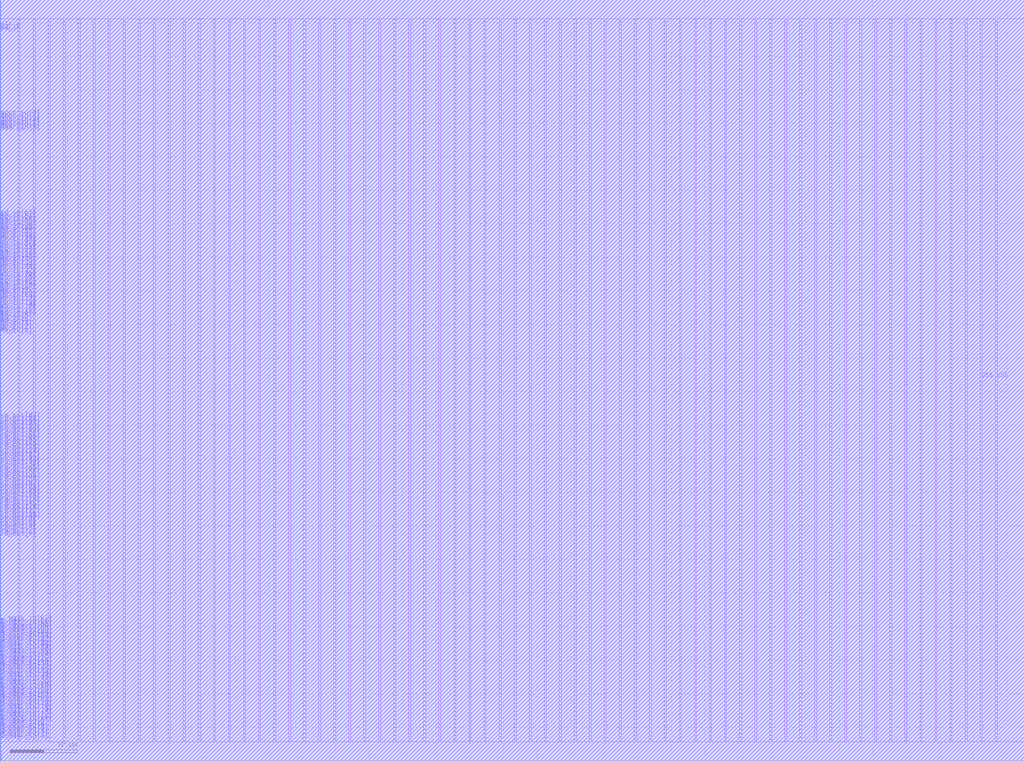
<source format=lef>
VERSION 5.7 ;
BUSBITCHARS "[]" ;
MACRO fakeram45_512x64
  FOREIGN fakeram45_512x64 0 0 ;
  SYMMETRY X Y R90 ;
  SIZE 0.19 BY 1.4 ;
  CLASS BLOCK ;
  PIN w_mask_in[0]
    DIRECTION INPUT ;
    USE SIGNAL ;
    SHAPE ABUTMENT ;
    PORT
      LAYER metal18 ;
      RECT 0.000 2.800 0.070 2.870 ;
    END
  END w_mask_in[0]
  PIN w_mask_in[1]
    DIRECTION INPUT ;
    USE SIGNAL ;
    SHAPE ABUTMENT ;
    PORT
      LAYER metal18 ;
      RECT 0.000 3.080 0.070 3.150 ;
    END
  END w_mask_in[1]
  PIN w_mask_in[2]
    DIRECTION INPUT ;
    USE SIGNAL ;
    SHAPE ABUTMENT ;
    PORT
      LAYER metal18 ;
      RECT 0.000 3.360 0.070 3.430 ;
    END
  END w_mask_in[2]
  PIN w_mask_in[3]
    DIRECTION INPUT ;
    USE SIGNAL ;
    SHAPE ABUTMENT ;
    PORT
      LAYER metal18 ;
      RECT 0.000 3.640 0.070 3.710 ;
    END
  END w_mask_in[3]
  PIN w_mask_in[4]
    DIRECTION INPUT ;
    USE SIGNAL ;
    SHAPE ABUTMENT ;
    PORT
      LAYER metal18 ;
      RECT 0.000 3.920 0.070 3.990 ;
    END
  END w_mask_in[4]
  PIN w_mask_in[5]
    DIRECTION INPUT ;
    USE SIGNAL ;
    SHAPE ABUTMENT ;
    PORT
      LAYER metal18 ;
      RECT 0.000 4.200 0.070 4.270 ;
    END
  END w_mask_in[5]
  PIN w_mask_in[6]
    DIRECTION INPUT ;
    USE SIGNAL ;
    SHAPE ABUTMENT ;
    PORT
      LAYER metal18 ;
      RECT 0.000 4.480 0.070 4.550 ;
    END
  END w_mask_in[6]
  PIN w_mask_in[7]
    DIRECTION INPUT ;
    USE SIGNAL ;
    SHAPE ABUTMENT ;
    PORT
      LAYER metal18 ;
      RECT 0.000 4.760 0.070 4.830 ;
    END
  END w_mask_in[7]
  PIN w_mask_in[8]
    DIRECTION INPUT ;
    USE SIGNAL ;
    SHAPE ABUTMENT ;
    PORT
      LAYER metal18 ;
      RECT 0.000 5.040 0.070 5.110 ;
    END
  END w_mask_in[8]
  PIN w_mask_in[9]
    DIRECTION INPUT ;
    USE SIGNAL ;
    SHAPE ABUTMENT ;
    PORT
      LAYER metal18 ;
      RECT 0.000 5.320 0.070 5.390 ;
    END
  END w_mask_in[9]
  PIN w_mask_in[10]
    DIRECTION INPUT ;
    USE SIGNAL ;
    SHAPE ABUTMENT ;
    PORT
      LAYER metal18 ;
      RECT 0.000 5.600 0.070 5.670 ;
    END
  END w_mask_in[10]
  PIN w_mask_in[11]
    DIRECTION INPUT ;
    USE SIGNAL ;
    SHAPE ABUTMENT ;
    PORT
      LAYER metal18 ;
      RECT 0.000 5.880 0.070 5.950 ;
    END
  END w_mask_in[11]
  PIN w_mask_in[12]
    DIRECTION INPUT ;
    USE SIGNAL ;
    SHAPE ABUTMENT ;
    PORT
      LAYER metal18 ;
      RECT 0.000 6.160 0.070 6.230 ;
    END
  END w_mask_in[12]
  PIN w_mask_in[13]
    DIRECTION INPUT ;
    USE SIGNAL ;
    SHAPE ABUTMENT ;
    PORT
      LAYER metal18 ;
      RECT 0.000 6.440 0.070 6.510 ;
    END
  END w_mask_in[13]
  PIN w_mask_in[14]
    DIRECTION INPUT ;
    USE SIGNAL ;
    SHAPE ABUTMENT ;
    PORT
      LAYER metal18 ;
      RECT 0.000 6.720 0.070 6.790 ;
    END
  END w_mask_in[14]
  PIN w_mask_in[15]
    DIRECTION INPUT ;
    USE SIGNAL ;
    SHAPE ABUTMENT ;
    PORT
      LAYER metal18 ;
      RECT 0.000 7.000 0.070 7.070 ;
    END
  END w_mask_in[15]
  PIN w_mask_in[16]
    DIRECTION INPUT ;
    USE SIGNAL ;
    SHAPE ABUTMENT ;
    PORT
      LAYER metal18 ;
      RECT 0.000 7.280 0.070 7.350 ;
    END
  END w_mask_in[16]
  PIN w_mask_in[17]
    DIRECTION INPUT ;
    USE SIGNAL ;
    SHAPE ABUTMENT ;
    PORT
      LAYER metal18 ;
      RECT 0.000 7.560 0.070 7.630 ;
    END
  END w_mask_in[17]
  PIN w_mask_in[18]
    DIRECTION INPUT ;
    USE SIGNAL ;
    SHAPE ABUTMENT ;
    PORT
      LAYER metal18 ;
      RECT 0.000 7.840 0.070 7.910 ;
    END
  END w_mask_in[18]
  PIN w_mask_in[19]
    DIRECTION INPUT ;
    USE SIGNAL ;
    SHAPE ABUTMENT ;
    PORT
      LAYER metal18 ;
      RECT 0.000 8.120 0.070 8.190 ;
    END
  END w_mask_in[19]
  PIN w_mask_in[20]
    DIRECTION INPUT ;
    USE SIGNAL ;
    SHAPE ABUTMENT ;
    PORT
      LAYER metal18 ;
      RECT 0.000 8.400 0.070 8.470 ;
    END
  END w_mask_in[20]
  PIN w_mask_in[21]
    DIRECTION INPUT ;
    USE SIGNAL ;
    SHAPE ABUTMENT ;
    PORT
      LAYER metal18 ;
      RECT 0.000 8.680 0.070 8.750 ;
    END
  END w_mask_in[21]
  PIN w_mask_in[22]
    DIRECTION INPUT ;
    USE SIGNAL ;
    SHAPE ABUTMENT ;
    PORT
      LAYER metal18 ;
      RECT 0.000 8.960 0.070 9.030 ;
    END
  END w_mask_in[22]
  PIN w_mask_in[23]
    DIRECTION INPUT ;
    USE SIGNAL ;
    SHAPE ABUTMENT ;
    PORT
      LAYER metal18 ;
      RECT 0.000 9.240 0.070 9.310 ;
    END
  END w_mask_in[23]
  PIN w_mask_in[24]
    DIRECTION INPUT ;
    USE SIGNAL ;
    SHAPE ABUTMENT ;
    PORT
      LAYER metal18 ;
      RECT 0.000 9.520 0.070 9.590 ;
    END
  END w_mask_in[24]
  PIN w_mask_in[25]
    DIRECTION INPUT ;
    USE SIGNAL ;
    SHAPE ABUTMENT ;
    PORT
      LAYER metal18 ;
      RECT 0.000 9.800 0.070 9.870 ;
    END
  END w_mask_in[25]
  PIN w_mask_in[26]
    DIRECTION INPUT ;
    USE SIGNAL ;
    SHAPE ABUTMENT ;
    PORT
      LAYER metal18 ;
      RECT 0.000 10.080 0.070 10.150 ;
    END
  END w_mask_in[26]
  PIN w_mask_in[27]
    DIRECTION INPUT ;
    USE SIGNAL ;
    SHAPE ABUTMENT ;
    PORT
      LAYER metal18 ;
      RECT 0.000 10.360 0.070 10.430 ;
    END
  END w_mask_in[27]
  PIN w_mask_in[28]
    DIRECTION INPUT ;
    USE SIGNAL ;
    SHAPE ABUTMENT ;
    PORT
      LAYER metal18 ;
      RECT 0.000 10.640 0.070 10.710 ;
    END
  END w_mask_in[28]
  PIN w_mask_in[29]
    DIRECTION INPUT ;
    USE SIGNAL ;
    SHAPE ABUTMENT ;
    PORT
      LAYER metal18 ;
      RECT 0.000 10.920 0.070 10.990 ;
    END
  END w_mask_in[29]
  PIN w_mask_in[30]
    DIRECTION INPUT ;
    USE SIGNAL ;
    SHAPE ABUTMENT ;
    PORT
      LAYER metal18 ;
      RECT 0.000 11.200 0.070 11.270 ;
    END
  END w_mask_in[30]
  PIN w_mask_in[31]
    DIRECTION INPUT ;
    USE SIGNAL ;
    SHAPE ABUTMENT ;
    PORT
      LAYER metal18 ;
      RECT 0.000 11.480 0.070 11.550 ;
    END
  END w_mask_in[31]
  PIN w_mask_in[32]
    DIRECTION INPUT ;
    USE SIGNAL ;
    SHAPE ABUTMENT ;
    PORT
      LAYER metal18 ;
      RECT 0.000 11.760 0.070 11.830 ;
    END
  END w_mask_in[32]
  PIN w_mask_in[33]
    DIRECTION INPUT ;
    USE SIGNAL ;
    SHAPE ABUTMENT ;
    PORT
      LAYER metal18 ;
      RECT 0.000 12.040 0.070 12.110 ;
    END
  END w_mask_in[33]
  PIN w_mask_in[34]
    DIRECTION INPUT ;
    USE SIGNAL ;
    SHAPE ABUTMENT ;
    PORT
      LAYER metal18 ;
      RECT 0.000 12.320 0.070 12.390 ;
    END
  END w_mask_in[34]
  PIN w_mask_in[35]
    DIRECTION INPUT ;
    USE SIGNAL ;
    SHAPE ABUTMENT ;
    PORT
      LAYER metal18 ;
      RECT 0.000 12.600 0.070 12.670 ;
    END
  END w_mask_in[35]
  PIN w_mask_in[36]
    DIRECTION INPUT ;
    USE SIGNAL ;
    SHAPE ABUTMENT ;
    PORT
      LAYER metal18 ;
      RECT 0.000 12.880 0.070 12.950 ;
    END
  END w_mask_in[36]
  PIN w_mask_in[37]
    DIRECTION INPUT ;
    USE SIGNAL ;
    SHAPE ABUTMENT ;
    PORT
      LAYER metal18 ;
      RECT 0.000 13.160 0.070 13.230 ;
    END
  END w_mask_in[37]
  PIN w_mask_in[38]
    DIRECTION INPUT ;
    USE SIGNAL ;
    SHAPE ABUTMENT ;
    PORT
      LAYER metal18 ;
      RECT 0.000 13.440 0.070 13.510 ;
    END
  END w_mask_in[38]
  PIN w_mask_in[39]
    DIRECTION INPUT ;
    USE SIGNAL ;
    SHAPE ABUTMENT ;
    PORT
      LAYER metal18 ;
      RECT 0.000 13.720 0.070 13.790 ;
    END
  END w_mask_in[39]
  PIN w_mask_in[40]
    DIRECTION INPUT ;
    USE SIGNAL ;
    SHAPE ABUTMENT ;
    PORT
      LAYER metal18 ;
      RECT 0.000 14.000 0.070 14.070 ;
    END
  END w_mask_in[40]
  PIN w_mask_in[41]
    DIRECTION INPUT ;
    USE SIGNAL ;
    SHAPE ABUTMENT ;
    PORT
      LAYER metal18 ;
      RECT 0.000 14.280 0.070 14.350 ;
    END
  END w_mask_in[41]
  PIN w_mask_in[42]
    DIRECTION INPUT ;
    USE SIGNAL ;
    SHAPE ABUTMENT ;
    PORT
      LAYER metal18 ;
      RECT 0.000 14.560 0.070 14.630 ;
    END
  END w_mask_in[42]
  PIN w_mask_in[43]
    DIRECTION INPUT ;
    USE SIGNAL ;
    SHAPE ABUTMENT ;
    PORT
      LAYER metal18 ;
      RECT 0.000 14.840 0.070 14.910 ;
    END
  END w_mask_in[43]
  PIN w_mask_in[44]
    DIRECTION INPUT ;
    USE SIGNAL ;
    SHAPE ABUTMENT ;
    PORT
      LAYER metal18 ;
      RECT 0.000 15.120 0.070 15.190 ;
    END
  END w_mask_in[44]
  PIN w_mask_in[45]
    DIRECTION INPUT ;
    USE SIGNAL ;
    SHAPE ABUTMENT ;
    PORT
      LAYER metal18 ;
      RECT 0.000 15.400 0.070 15.470 ;
    END
  END w_mask_in[45]
  PIN w_mask_in[46]
    DIRECTION INPUT ;
    USE SIGNAL ;
    SHAPE ABUTMENT ;
    PORT
      LAYER metal18 ;
      RECT 0.000 15.680 0.070 15.750 ;
    END
  END w_mask_in[46]
  PIN w_mask_in[47]
    DIRECTION INPUT ;
    USE SIGNAL ;
    SHAPE ABUTMENT ;
    PORT
      LAYER metal18 ;
      RECT 0.000 15.960 0.070 16.030 ;
    END
  END w_mask_in[47]
  PIN w_mask_in[48]
    DIRECTION INPUT ;
    USE SIGNAL ;
    SHAPE ABUTMENT ;
    PORT
      LAYER metal18 ;
      RECT 0.000 16.240 0.070 16.310 ;
    END
  END w_mask_in[48]
  PIN w_mask_in[49]
    DIRECTION INPUT ;
    USE SIGNAL ;
    SHAPE ABUTMENT ;
    PORT
      LAYER metal18 ;
      RECT 0.000 16.520 0.070 16.590 ;
    END
  END w_mask_in[49]
  PIN w_mask_in[50]
    DIRECTION INPUT ;
    USE SIGNAL ;
    SHAPE ABUTMENT ;
    PORT
      LAYER metal18 ;
      RECT 0.000 16.800 0.070 16.870 ;
    END
  END w_mask_in[50]
  PIN w_mask_in[51]
    DIRECTION INPUT ;
    USE SIGNAL ;
    SHAPE ABUTMENT ;
    PORT
      LAYER metal18 ;
      RECT 0.000 17.080 0.070 17.150 ;
    END
  END w_mask_in[51]
  PIN w_mask_in[52]
    DIRECTION INPUT ;
    USE SIGNAL ;
    SHAPE ABUTMENT ;
    PORT
      LAYER metal18 ;
      RECT 0.000 17.360 0.070 17.430 ;
    END
  END w_mask_in[52]
  PIN w_mask_in[53]
    DIRECTION INPUT ;
    USE SIGNAL ;
    SHAPE ABUTMENT ;
    PORT
      LAYER metal18 ;
      RECT 0.000 17.640 0.070 17.710 ;
    END
  END w_mask_in[53]
  PIN w_mask_in[54]
    DIRECTION INPUT ;
    USE SIGNAL ;
    SHAPE ABUTMENT ;
    PORT
      LAYER metal18 ;
      RECT 0.000 17.920 0.070 17.990 ;
    END
  END w_mask_in[54]
  PIN w_mask_in[55]
    DIRECTION INPUT ;
    USE SIGNAL ;
    SHAPE ABUTMENT ;
    PORT
      LAYER metal18 ;
      RECT 0.000 18.200 0.070 18.270 ;
    END
  END w_mask_in[55]
  PIN w_mask_in[56]
    DIRECTION INPUT ;
    USE SIGNAL ;
    SHAPE ABUTMENT ;
    PORT
      LAYER metal18 ;
      RECT 0.000 18.480 0.070 18.550 ;
    END
  END w_mask_in[56]
  PIN w_mask_in[57]
    DIRECTION INPUT ;
    USE SIGNAL ;
    SHAPE ABUTMENT ;
    PORT
      LAYER metal18 ;
      RECT 0.000 18.760 0.070 18.830 ;
    END
  END w_mask_in[57]
  PIN w_mask_in[58]
    DIRECTION INPUT ;
    USE SIGNAL ;
    SHAPE ABUTMENT ;
    PORT
      LAYER metal18 ;
      RECT 0.000 19.040 0.070 19.110 ;
    END
  END w_mask_in[58]
  PIN w_mask_in[59]
    DIRECTION INPUT ;
    USE SIGNAL ;
    SHAPE ABUTMENT ;
    PORT
      LAYER metal18 ;
      RECT 0.000 19.320 0.070 19.390 ;
    END
  END w_mask_in[59]
  PIN w_mask_in[60]
    DIRECTION INPUT ;
    USE SIGNAL ;
    SHAPE ABUTMENT ;
    PORT
      LAYER metal18 ;
      RECT 0.000 19.600 0.070 19.670 ;
    END
  END w_mask_in[60]
  PIN w_mask_in[61]
    DIRECTION INPUT ;
    USE SIGNAL ;
    SHAPE ABUTMENT ;
    PORT
      LAYER metal18 ;
      RECT 0.000 19.880 0.070 19.950 ;
    END
  END w_mask_in[61]
  PIN w_mask_in[62]
    DIRECTION INPUT ;
    USE SIGNAL ;
    SHAPE ABUTMENT ;
    PORT
      LAYER metal18 ;
      RECT 0.000 20.160 0.070 20.230 ;
    END
  END w_mask_in[62]
  PIN w_mask_in[63]
    DIRECTION INPUT ;
    USE SIGNAL ;
    SHAPE ABUTMENT ;
    PORT
      LAYER metal18 ;
      RECT 0.000 20.440 0.070 20.510 ;
    END
  END w_mask_in[63]
  PIN rd_out[0]
    DIRECTION OUTPUT ;
    USE SIGNAL ;
    SHAPE ABUTMENT ;
    PORT
      LAYER metal18 ;
      RECT 0.000 33.040 0.070 33.110 ;
    END
  END rd_out[0]
  PIN rd_out[1]
    DIRECTION OUTPUT ;
    USE SIGNAL ;
    SHAPE ABUTMENT ;
    PORT
      LAYER metal18 ;
      RECT 0.000 33.320 0.070 33.390 ;
    END
  END rd_out[1]
  PIN rd_out[2]
    DIRECTION OUTPUT ;
    USE SIGNAL ;
    SHAPE ABUTMENT ;
    PORT
      LAYER metal18 ;
      RECT 0.000 33.600 0.070 33.670 ;
    END
  END rd_out[2]
  PIN rd_out[3]
    DIRECTION OUTPUT ;
    USE SIGNAL ;
    SHAPE ABUTMENT ;
    PORT
      LAYER metal18 ;
      RECT 0.000 33.880 0.070 33.950 ;
    END
  END rd_out[3]
  PIN rd_out[4]
    DIRECTION OUTPUT ;
    USE SIGNAL ;
    SHAPE ABUTMENT ;
    PORT
      LAYER metal18 ;
      RECT 0.000 34.160 0.070 34.230 ;
    END
  END rd_out[4]
  PIN rd_out[5]
    DIRECTION OUTPUT ;
    USE SIGNAL ;
    SHAPE ABUTMENT ;
    PORT
      LAYER metal18 ;
      RECT 0.000 34.440 0.070 34.510 ;
    END
  END rd_out[5]
  PIN rd_out[6]
    DIRECTION OUTPUT ;
    USE SIGNAL ;
    SHAPE ABUTMENT ;
    PORT
      LAYER metal18 ;
      RECT 0.000 34.720 0.070 34.790 ;
    END
  END rd_out[6]
  PIN rd_out[7]
    DIRECTION OUTPUT ;
    USE SIGNAL ;
    SHAPE ABUTMENT ;
    PORT
      LAYER metal18 ;
      RECT 0.000 35.000 0.070 35.070 ;
    END
  END rd_out[7]
  PIN rd_out[8]
    DIRECTION OUTPUT ;
    USE SIGNAL ;
    SHAPE ABUTMENT ;
    PORT
      LAYER metal18 ;
      RECT 0.000 35.280 0.070 35.350 ;
    END
  END rd_out[8]
  PIN rd_out[9]
    DIRECTION OUTPUT ;
    USE SIGNAL ;
    SHAPE ABUTMENT ;
    PORT
      LAYER metal18 ;
      RECT 0.000 35.560 0.070 35.630 ;
    END
  END rd_out[9]
  PIN rd_out[10]
    DIRECTION OUTPUT ;
    USE SIGNAL ;
    SHAPE ABUTMENT ;
    PORT
      LAYER metal18 ;
      RECT 0.000 35.840 0.070 35.910 ;
    END
  END rd_out[10]
  PIN rd_out[11]
    DIRECTION OUTPUT ;
    USE SIGNAL ;
    SHAPE ABUTMENT ;
    PORT
      LAYER metal18 ;
      RECT 0.000 36.120 0.070 36.190 ;
    END
  END rd_out[11]
  PIN rd_out[12]
    DIRECTION OUTPUT ;
    USE SIGNAL ;
    SHAPE ABUTMENT ;
    PORT
      LAYER metal18 ;
      RECT 0.000 36.400 0.070 36.470 ;
    END
  END rd_out[12]
  PIN rd_out[13]
    DIRECTION OUTPUT ;
    USE SIGNAL ;
    SHAPE ABUTMENT ;
    PORT
      LAYER metal18 ;
      RECT 0.000 36.680 0.070 36.750 ;
    END
  END rd_out[13]
  PIN rd_out[14]
    DIRECTION OUTPUT ;
    USE SIGNAL ;
    SHAPE ABUTMENT ;
    PORT
      LAYER metal18 ;
      RECT 0.000 36.960 0.070 37.030 ;
    END
  END rd_out[14]
  PIN rd_out[15]
    DIRECTION OUTPUT ;
    USE SIGNAL ;
    SHAPE ABUTMENT ;
    PORT
      LAYER metal18 ;
      RECT 0.000 37.240 0.070 37.310 ;
    END
  END rd_out[15]
  PIN rd_out[16]
    DIRECTION OUTPUT ;
    USE SIGNAL ;
    SHAPE ABUTMENT ;
    PORT
      LAYER metal18 ;
      RECT 0.000 37.520 0.070 37.590 ;
    END
  END rd_out[16]
  PIN rd_out[17]
    DIRECTION OUTPUT ;
    USE SIGNAL ;
    SHAPE ABUTMENT ;
    PORT
      LAYER metal18 ;
      RECT 0.000 37.800 0.070 37.870 ;
    END
  END rd_out[17]
  PIN rd_out[18]
    DIRECTION OUTPUT ;
    USE SIGNAL ;
    SHAPE ABUTMENT ;
    PORT
      LAYER metal18 ;
      RECT 0.000 38.080 0.070 38.150 ;
    END
  END rd_out[18]
  PIN rd_out[19]
    DIRECTION OUTPUT ;
    USE SIGNAL ;
    SHAPE ABUTMENT ;
    PORT
      LAYER metal18 ;
      RECT 0.000 38.360 0.070 38.430 ;
    END
  END rd_out[19]
  PIN rd_out[20]
    DIRECTION OUTPUT ;
    USE SIGNAL ;
    SHAPE ABUTMENT ;
    PORT
      LAYER metal18 ;
      RECT 0.000 38.640 0.070 38.710 ;
    END
  END rd_out[20]
  PIN rd_out[21]
    DIRECTION OUTPUT ;
    USE SIGNAL ;
    SHAPE ABUTMENT ;
    PORT
      LAYER metal18 ;
      RECT 0.000 38.920 0.070 38.990 ;
    END
  END rd_out[21]
  PIN rd_out[22]
    DIRECTION OUTPUT ;
    USE SIGNAL ;
    SHAPE ABUTMENT ;
    PORT
      LAYER metal18 ;
      RECT 0.000 39.200 0.070 39.270 ;
    END
  END rd_out[22]
  PIN rd_out[23]
    DIRECTION OUTPUT ;
    USE SIGNAL ;
    SHAPE ABUTMENT ;
    PORT
      LAYER metal18 ;
      RECT 0.000 39.480 0.070 39.550 ;
    END
  END rd_out[23]
  PIN rd_out[24]
    DIRECTION OUTPUT ;
    USE SIGNAL ;
    SHAPE ABUTMENT ;
    PORT
      LAYER metal18 ;
      RECT 0.000 39.760 0.070 39.830 ;
    END
  END rd_out[24]
  PIN rd_out[25]
    DIRECTION OUTPUT ;
    USE SIGNAL ;
    SHAPE ABUTMENT ;
    PORT
      LAYER metal18 ;
      RECT 0.000 40.040 0.070 40.110 ;
    END
  END rd_out[25]
  PIN rd_out[26]
    DIRECTION OUTPUT ;
    USE SIGNAL ;
    SHAPE ABUTMENT ;
    PORT
      LAYER metal18 ;
      RECT 0.000 40.320 0.070 40.390 ;
    END
  END rd_out[26]
  PIN rd_out[27]
    DIRECTION OUTPUT ;
    USE SIGNAL ;
    SHAPE ABUTMENT ;
    PORT
      LAYER metal18 ;
      RECT 0.000 40.600 0.070 40.670 ;
    END
  END rd_out[27]
  PIN rd_out[28]
    DIRECTION OUTPUT ;
    USE SIGNAL ;
    SHAPE ABUTMENT ;
    PORT
      LAYER metal18 ;
      RECT 0.000 40.880 0.070 40.950 ;
    END
  END rd_out[28]
  PIN rd_out[29]
    DIRECTION OUTPUT ;
    USE SIGNAL ;
    SHAPE ABUTMENT ;
    PORT
      LAYER metal18 ;
      RECT 0.000 41.160 0.070 41.230 ;
    END
  END rd_out[29]
  PIN rd_out[30]
    DIRECTION OUTPUT ;
    USE SIGNAL ;
    SHAPE ABUTMENT ;
    PORT
      LAYER metal18 ;
      RECT 0.000 41.440 0.070 41.510 ;
    END
  END rd_out[30]
  PIN rd_out[31]
    DIRECTION OUTPUT ;
    USE SIGNAL ;
    SHAPE ABUTMENT ;
    PORT
      LAYER metal18 ;
      RECT 0.000 41.720 0.070 41.790 ;
    END
  END rd_out[31]
  PIN rd_out[32]
    DIRECTION OUTPUT ;
    USE SIGNAL ;
    SHAPE ABUTMENT ;
    PORT
      LAYER metal18 ;
      RECT 0.000 42.000 0.070 42.070 ;
    END
  END rd_out[32]
  PIN rd_out[33]
    DIRECTION OUTPUT ;
    USE SIGNAL ;
    SHAPE ABUTMENT ;
    PORT
      LAYER metal18 ;
      RECT 0.000 42.280 0.070 42.350 ;
    END
  END rd_out[33]
  PIN rd_out[34]
    DIRECTION OUTPUT ;
    USE SIGNAL ;
    SHAPE ABUTMENT ;
    PORT
      LAYER metal18 ;
      RECT 0.000 42.560 0.070 42.630 ;
    END
  END rd_out[34]
  PIN rd_out[35]
    DIRECTION OUTPUT ;
    USE SIGNAL ;
    SHAPE ABUTMENT ;
    PORT
      LAYER metal18 ;
      RECT 0.000 42.840 0.070 42.910 ;
    END
  END rd_out[35]
  PIN rd_out[36]
    DIRECTION OUTPUT ;
    USE SIGNAL ;
    SHAPE ABUTMENT ;
    PORT
      LAYER metal18 ;
      RECT 0.000 43.120 0.070 43.190 ;
    END
  END rd_out[36]
  PIN rd_out[37]
    DIRECTION OUTPUT ;
    USE SIGNAL ;
    SHAPE ABUTMENT ;
    PORT
      LAYER metal18 ;
      RECT 0.000 43.400 0.070 43.470 ;
    END
  END rd_out[37]
  PIN rd_out[38]
    DIRECTION OUTPUT ;
    USE SIGNAL ;
    SHAPE ABUTMENT ;
    PORT
      LAYER metal18 ;
      RECT 0.000 43.680 0.070 43.750 ;
    END
  END rd_out[38]
  PIN rd_out[39]
    DIRECTION OUTPUT ;
    USE SIGNAL ;
    SHAPE ABUTMENT ;
    PORT
      LAYER metal18 ;
      RECT 0.000 43.960 0.070 44.030 ;
    END
  END rd_out[39]
  PIN rd_out[40]
    DIRECTION OUTPUT ;
    USE SIGNAL ;
    SHAPE ABUTMENT ;
    PORT
      LAYER metal18 ;
      RECT 0.000 44.240 0.070 44.310 ;
    END
  END rd_out[40]
  PIN rd_out[41]
    DIRECTION OUTPUT ;
    USE SIGNAL ;
    SHAPE ABUTMENT ;
    PORT
      LAYER metal18 ;
      RECT 0.000 44.520 0.070 44.590 ;
    END
  END rd_out[41]
  PIN rd_out[42]
    DIRECTION OUTPUT ;
    USE SIGNAL ;
    SHAPE ABUTMENT ;
    PORT
      LAYER metal18 ;
      RECT 0.000 44.800 0.070 44.870 ;
    END
  END rd_out[42]
  PIN rd_out[43]
    DIRECTION OUTPUT ;
    USE SIGNAL ;
    SHAPE ABUTMENT ;
    PORT
      LAYER metal18 ;
      RECT 0.000 45.080 0.070 45.150 ;
    END
  END rd_out[43]
  PIN rd_out[44]
    DIRECTION OUTPUT ;
    USE SIGNAL ;
    SHAPE ABUTMENT ;
    PORT
      LAYER metal18 ;
      RECT 0.000 45.360 0.070 45.430 ;
    END
  END rd_out[44]
  PIN rd_out[45]
    DIRECTION OUTPUT ;
    USE SIGNAL ;
    SHAPE ABUTMENT ;
    PORT
      LAYER metal18 ;
      RECT 0.000 45.640 0.070 45.710 ;
    END
  END rd_out[45]
  PIN rd_out[46]
    DIRECTION OUTPUT ;
    USE SIGNAL ;
    SHAPE ABUTMENT ;
    PORT
      LAYER metal18 ;
      RECT 0.000 45.920 0.070 45.990 ;
    END
  END rd_out[46]
  PIN rd_out[47]
    DIRECTION OUTPUT ;
    USE SIGNAL ;
    SHAPE ABUTMENT ;
    PORT
      LAYER metal18 ;
      RECT 0.000 46.200 0.070 46.270 ;
    END
  END rd_out[47]
  PIN rd_out[48]
    DIRECTION OUTPUT ;
    USE SIGNAL ;
    SHAPE ABUTMENT ;
    PORT
      LAYER metal18 ;
      RECT 0.000 46.480 0.070 46.550 ;
    END
  END rd_out[48]
  PIN rd_out[49]
    DIRECTION OUTPUT ;
    USE SIGNAL ;
    SHAPE ABUTMENT ;
    PORT
      LAYER metal18 ;
      RECT 0.000 46.760 0.070 46.830 ;
    END
  END rd_out[49]
  PIN rd_out[50]
    DIRECTION OUTPUT ;
    USE SIGNAL ;
    SHAPE ABUTMENT ;
    PORT
      LAYER metal18 ;
      RECT 0.000 47.040 0.070 47.110 ;
    END
  END rd_out[50]
  PIN rd_out[51]
    DIRECTION OUTPUT ;
    USE SIGNAL ;
    SHAPE ABUTMENT ;
    PORT
      LAYER metal18 ;
      RECT 0.000 47.320 0.070 47.390 ;
    END
  END rd_out[51]
  PIN rd_out[52]
    DIRECTION OUTPUT ;
    USE SIGNAL ;
    SHAPE ABUTMENT ;
    PORT
      LAYER metal18 ;
      RECT 0.000 47.600 0.070 47.670 ;
    END
  END rd_out[52]
  PIN rd_out[53]
    DIRECTION OUTPUT ;
    USE SIGNAL ;
    SHAPE ABUTMENT ;
    PORT
      LAYER metal18 ;
      RECT 0.000 47.880 0.070 47.950 ;
    END
  END rd_out[53]
  PIN rd_out[54]
    DIRECTION OUTPUT ;
    USE SIGNAL ;
    SHAPE ABUTMENT ;
    PORT
      LAYER metal18 ;
      RECT 0.000 48.160 0.070 48.230 ;
    END
  END rd_out[54]
  PIN rd_out[55]
    DIRECTION OUTPUT ;
    USE SIGNAL ;
    SHAPE ABUTMENT ;
    PORT
      LAYER metal18 ;
      RECT 0.000 48.440 0.070 48.510 ;
    END
  END rd_out[55]
  PIN rd_out[56]
    DIRECTION OUTPUT ;
    USE SIGNAL ;
    SHAPE ABUTMENT ;
    PORT
      LAYER metal18 ;
      RECT 0.000 48.720 0.070 48.790 ;
    END
  END rd_out[56]
  PIN rd_out[57]
    DIRECTION OUTPUT ;
    USE SIGNAL ;
    SHAPE ABUTMENT ;
    PORT
      LAYER metal18 ;
      RECT 0.000 49.000 0.070 49.070 ;
    END
  END rd_out[57]
  PIN rd_out[58]
    DIRECTION OUTPUT ;
    USE SIGNAL ;
    SHAPE ABUTMENT ;
    PORT
      LAYER metal18 ;
      RECT 0.000 49.280 0.070 49.350 ;
    END
  END rd_out[58]
  PIN rd_out[59]
    DIRECTION OUTPUT ;
    USE SIGNAL ;
    SHAPE ABUTMENT ;
    PORT
      LAYER metal18 ;
      RECT 0.000 49.560 0.070 49.630 ;
    END
  END rd_out[59]
  PIN rd_out[60]
    DIRECTION OUTPUT ;
    USE SIGNAL ;
    SHAPE ABUTMENT ;
    PORT
      LAYER metal18 ;
      RECT 0.000 49.840 0.070 49.910 ;
    END
  END rd_out[60]
  PIN rd_out[61]
    DIRECTION OUTPUT ;
    USE SIGNAL ;
    SHAPE ABUTMENT ;
    PORT
      LAYER metal18 ;
      RECT 0.000 50.120 0.070 50.190 ;
    END
  END rd_out[61]
  PIN rd_out[62]
    DIRECTION OUTPUT ;
    USE SIGNAL ;
    SHAPE ABUTMENT ;
    PORT
      LAYER metal18 ;
      RECT 0.000 50.400 0.070 50.470 ;
    END
  END rd_out[62]
  PIN rd_out[63]
    DIRECTION OUTPUT ;
    USE SIGNAL ;
    SHAPE ABUTMENT ;
    PORT
      LAYER metal18 ;
      RECT 0.000 50.680 0.070 50.750 ;
    END
  END rd_out[63]
  PIN wd_in[0]
    DIRECTION INPUT ;
    USE SIGNAL ;
    SHAPE ABUTMENT ;
    PORT
      LAYER metal18 ;
      RECT 0.000 63.280 0.070 63.350 ;
    END
  END wd_in[0]
  PIN wd_in[1]
    DIRECTION INPUT ;
    USE SIGNAL ;
    SHAPE ABUTMENT ;
    PORT
      LAYER metal18 ;
      RECT 0.000 63.560 0.070 63.630 ;
    END
  END wd_in[1]
  PIN wd_in[2]
    DIRECTION INPUT ;
    USE SIGNAL ;
    SHAPE ABUTMENT ;
    PORT
      LAYER metal18 ;
      RECT 0.000 63.840 0.070 63.910 ;
    END
  END wd_in[2]
  PIN wd_in[3]
    DIRECTION INPUT ;
    USE SIGNAL ;
    SHAPE ABUTMENT ;
    PORT
      LAYER metal18 ;
      RECT 0.000 64.120 0.070 64.190 ;
    END
  END wd_in[3]
  PIN wd_in[4]
    DIRECTION INPUT ;
    USE SIGNAL ;
    SHAPE ABUTMENT ;
    PORT
      LAYER metal18 ;
      RECT 0.000 64.400 0.070 64.470 ;
    END
  END wd_in[4]
  PIN wd_in[5]
    DIRECTION INPUT ;
    USE SIGNAL ;
    SHAPE ABUTMENT ;
    PORT
      LAYER metal18 ;
      RECT 0.000 64.680 0.070 64.750 ;
    END
  END wd_in[5]
  PIN wd_in[6]
    DIRECTION INPUT ;
    USE SIGNAL ;
    SHAPE ABUTMENT ;
    PORT
      LAYER metal18 ;
      RECT 0.000 64.960 0.070 65.030 ;
    END
  END wd_in[6]
  PIN wd_in[7]
    DIRECTION INPUT ;
    USE SIGNAL ;
    SHAPE ABUTMENT ;
    PORT
      LAYER metal18 ;
      RECT 0.000 65.240 0.070 65.310 ;
    END
  END wd_in[7]
  PIN wd_in[8]
    DIRECTION INPUT ;
    USE SIGNAL ;
    SHAPE ABUTMENT ;
    PORT
      LAYER metal18 ;
      RECT 0.000 65.520 0.070 65.590 ;
    END
  END wd_in[8]
  PIN wd_in[9]
    DIRECTION INPUT ;
    USE SIGNAL ;
    SHAPE ABUTMENT ;
    PORT
      LAYER metal18 ;
      RECT 0.000 65.800 0.070 65.870 ;
    END
  END wd_in[9]
  PIN wd_in[10]
    DIRECTION INPUT ;
    USE SIGNAL ;
    SHAPE ABUTMENT ;
    PORT
      LAYER metal18 ;
      RECT 0.000 66.080 0.070 66.150 ;
    END
  END wd_in[10]
  PIN wd_in[11]
    DIRECTION INPUT ;
    USE SIGNAL ;
    SHAPE ABUTMENT ;
    PORT
      LAYER metal18 ;
      RECT 0.000 66.360 0.070 66.430 ;
    END
  END wd_in[11]
  PIN wd_in[12]
    DIRECTION INPUT ;
    USE SIGNAL ;
    SHAPE ABUTMENT ;
    PORT
      LAYER metal18 ;
      RECT 0.000 66.640 0.070 66.710 ;
    END
  END wd_in[12]
  PIN wd_in[13]
    DIRECTION INPUT ;
    USE SIGNAL ;
    SHAPE ABUTMENT ;
    PORT
      LAYER metal18 ;
      RECT 0.000 66.920 0.070 66.990 ;
    END
  END wd_in[13]
  PIN wd_in[14]
    DIRECTION INPUT ;
    USE SIGNAL ;
    SHAPE ABUTMENT ;
    PORT
      LAYER metal18 ;
      RECT 0.000 67.200 0.070 67.270 ;
    END
  END wd_in[14]
  PIN wd_in[15]
    DIRECTION INPUT ;
    USE SIGNAL ;
    SHAPE ABUTMENT ;
    PORT
      LAYER metal18 ;
      RECT 0.000 67.480 0.070 67.550 ;
    END
  END wd_in[15]
  PIN wd_in[16]
    DIRECTION INPUT ;
    USE SIGNAL ;
    SHAPE ABUTMENT ;
    PORT
      LAYER metal18 ;
      RECT 0.000 67.760 0.070 67.830 ;
    END
  END wd_in[16]
  PIN wd_in[17]
    DIRECTION INPUT ;
    USE SIGNAL ;
    SHAPE ABUTMENT ;
    PORT
      LAYER metal18 ;
      RECT 0.000 68.040 0.070 68.110 ;
    END
  END wd_in[17]
  PIN wd_in[18]
    DIRECTION INPUT ;
    USE SIGNAL ;
    SHAPE ABUTMENT ;
    PORT
      LAYER metal18 ;
      RECT 0.000 68.320 0.070 68.390 ;
    END
  END wd_in[18]
  PIN wd_in[19]
    DIRECTION INPUT ;
    USE SIGNAL ;
    SHAPE ABUTMENT ;
    PORT
      LAYER metal18 ;
      RECT 0.000 68.600 0.070 68.670 ;
    END
  END wd_in[19]
  PIN wd_in[20]
    DIRECTION INPUT ;
    USE SIGNAL ;
    SHAPE ABUTMENT ;
    PORT
      LAYER metal18 ;
      RECT 0.000 68.880 0.070 68.950 ;
    END
  END wd_in[20]
  PIN wd_in[21]
    DIRECTION INPUT ;
    USE SIGNAL ;
    SHAPE ABUTMENT ;
    PORT
      LAYER metal18 ;
      RECT 0.000 69.160 0.070 69.230 ;
    END
  END wd_in[21]
  PIN wd_in[22]
    DIRECTION INPUT ;
    USE SIGNAL ;
    SHAPE ABUTMENT ;
    PORT
      LAYER metal18 ;
      RECT 0.000 69.440 0.070 69.510 ;
    END
  END wd_in[22]
  PIN wd_in[23]
    DIRECTION INPUT ;
    USE SIGNAL ;
    SHAPE ABUTMENT ;
    PORT
      LAYER metal18 ;
      RECT 0.000 69.720 0.070 69.790 ;
    END
  END wd_in[23]
  PIN wd_in[24]
    DIRECTION INPUT ;
    USE SIGNAL ;
    SHAPE ABUTMENT ;
    PORT
      LAYER metal18 ;
      RECT 0.000 70.000 0.070 70.070 ;
    END
  END wd_in[24]
  PIN wd_in[25]
    DIRECTION INPUT ;
    USE SIGNAL ;
    SHAPE ABUTMENT ;
    PORT
      LAYER metal18 ;
      RECT 0.000 70.280 0.070 70.350 ;
    END
  END wd_in[25]
  PIN wd_in[26]
    DIRECTION INPUT ;
    USE SIGNAL ;
    SHAPE ABUTMENT ;
    PORT
      LAYER metal18 ;
      RECT 0.000 70.560 0.070 70.630 ;
    END
  END wd_in[26]
  PIN wd_in[27]
    DIRECTION INPUT ;
    USE SIGNAL ;
    SHAPE ABUTMENT ;
    PORT
      LAYER metal18 ;
      RECT 0.000 70.840 0.070 70.910 ;
    END
  END wd_in[27]
  PIN wd_in[28]
    DIRECTION INPUT ;
    USE SIGNAL ;
    SHAPE ABUTMENT ;
    PORT
      LAYER metal18 ;
      RECT 0.000 71.120 0.070 71.190 ;
    END
  END wd_in[28]
  PIN wd_in[29]
    DIRECTION INPUT ;
    USE SIGNAL ;
    SHAPE ABUTMENT ;
    PORT
      LAYER metal18 ;
      RECT 0.000 71.400 0.070 71.470 ;
    END
  END wd_in[29]
  PIN wd_in[30]
    DIRECTION INPUT ;
    USE SIGNAL ;
    SHAPE ABUTMENT ;
    PORT
      LAYER metal18 ;
      RECT 0.000 71.680 0.070 71.750 ;
    END
  END wd_in[30]
  PIN wd_in[31]
    DIRECTION INPUT ;
    USE SIGNAL ;
    SHAPE ABUTMENT ;
    PORT
      LAYER metal18 ;
      RECT 0.000 71.960 0.070 72.030 ;
    END
  END wd_in[31]
  PIN wd_in[32]
    DIRECTION INPUT ;
    USE SIGNAL ;
    SHAPE ABUTMENT ;
    PORT
      LAYER metal18 ;
      RECT 0.000 72.240 0.070 72.310 ;
    END
  END wd_in[32]
  PIN wd_in[33]
    DIRECTION INPUT ;
    USE SIGNAL ;
    SHAPE ABUTMENT ;
    PORT
      LAYER metal18 ;
      RECT 0.000 72.520 0.070 72.590 ;
    END
  END wd_in[33]
  PIN wd_in[34]
    DIRECTION INPUT ;
    USE SIGNAL ;
    SHAPE ABUTMENT ;
    PORT
      LAYER metal18 ;
      RECT 0.000 72.800 0.070 72.870 ;
    END
  END wd_in[34]
  PIN wd_in[35]
    DIRECTION INPUT ;
    USE SIGNAL ;
    SHAPE ABUTMENT ;
    PORT
      LAYER metal18 ;
      RECT 0.000 73.080 0.070 73.150 ;
    END
  END wd_in[35]
  PIN wd_in[36]
    DIRECTION INPUT ;
    USE SIGNAL ;
    SHAPE ABUTMENT ;
    PORT
      LAYER metal18 ;
      RECT 0.000 73.360 0.070 73.430 ;
    END
  END wd_in[36]
  PIN wd_in[37]
    DIRECTION INPUT ;
    USE SIGNAL ;
    SHAPE ABUTMENT ;
    PORT
      LAYER metal18 ;
      RECT 0.000 73.640 0.070 73.710 ;
    END
  END wd_in[37]
  PIN wd_in[38]
    DIRECTION INPUT ;
    USE SIGNAL ;
    SHAPE ABUTMENT ;
    PORT
      LAYER metal18 ;
      RECT 0.000 73.920 0.070 73.990 ;
    END
  END wd_in[38]
  PIN wd_in[39]
    DIRECTION INPUT ;
    USE SIGNAL ;
    SHAPE ABUTMENT ;
    PORT
      LAYER metal18 ;
      RECT 0.000 74.200 0.070 74.270 ;
    END
  END wd_in[39]
  PIN wd_in[40]
    DIRECTION INPUT ;
    USE SIGNAL ;
    SHAPE ABUTMENT ;
    PORT
      LAYER metal18 ;
      RECT 0.000 74.480 0.070 74.550 ;
    END
  END wd_in[40]
  PIN wd_in[41]
    DIRECTION INPUT ;
    USE SIGNAL ;
    SHAPE ABUTMENT ;
    PORT
      LAYER metal18 ;
      RECT 0.000 74.760 0.070 74.830 ;
    END
  END wd_in[41]
  PIN wd_in[42]
    DIRECTION INPUT ;
    USE SIGNAL ;
    SHAPE ABUTMENT ;
    PORT
      LAYER metal18 ;
      RECT 0.000 75.040 0.070 75.110 ;
    END
  END wd_in[42]
  PIN wd_in[43]
    DIRECTION INPUT ;
    USE SIGNAL ;
    SHAPE ABUTMENT ;
    PORT
      LAYER metal18 ;
      RECT 0.000 75.320 0.070 75.390 ;
    END
  END wd_in[43]
  PIN wd_in[44]
    DIRECTION INPUT ;
    USE SIGNAL ;
    SHAPE ABUTMENT ;
    PORT
      LAYER metal18 ;
      RECT 0.000 75.600 0.070 75.670 ;
    END
  END wd_in[44]
  PIN wd_in[45]
    DIRECTION INPUT ;
    USE SIGNAL ;
    SHAPE ABUTMENT ;
    PORT
      LAYER metal18 ;
      RECT 0.000 75.880 0.070 75.950 ;
    END
  END wd_in[45]
  PIN wd_in[46]
    DIRECTION INPUT ;
    USE SIGNAL ;
    SHAPE ABUTMENT ;
    PORT
      LAYER metal18 ;
      RECT 0.000 76.160 0.070 76.230 ;
    END
  END wd_in[46]
  PIN wd_in[47]
    DIRECTION INPUT ;
    USE SIGNAL ;
    SHAPE ABUTMENT ;
    PORT
      LAYER metal18 ;
      RECT 0.000 76.440 0.070 76.510 ;
    END
  END wd_in[47]
  PIN wd_in[48]
    DIRECTION INPUT ;
    USE SIGNAL ;
    SHAPE ABUTMENT ;
    PORT
      LAYER metal18 ;
      RECT 0.000 76.720 0.070 76.790 ;
    END
  END wd_in[48]
  PIN wd_in[49]
    DIRECTION INPUT ;
    USE SIGNAL ;
    SHAPE ABUTMENT ;
    PORT
      LAYER metal18 ;
      RECT 0.000 77.000 0.070 77.070 ;
    END
  END wd_in[49]
  PIN wd_in[50]
    DIRECTION INPUT ;
    USE SIGNAL ;
    SHAPE ABUTMENT ;
    PORT
      LAYER metal18 ;
      RECT 0.000 77.280 0.070 77.350 ;
    END
  END wd_in[50]
  PIN wd_in[51]
    DIRECTION INPUT ;
    USE SIGNAL ;
    SHAPE ABUTMENT ;
    PORT
      LAYER metal18 ;
      RECT 0.000 77.560 0.070 77.630 ;
    END
  END wd_in[51]
  PIN wd_in[52]
    DIRECTION INPUT ;
    USE SIGNAL ;
    SHAPE ABUTMENT ;
    PORT
      LAYER metal18 ;
      RECT 0.000 77.840 0.070 77.910 ;
    END
  END wd_in[52]
  PIN wd_in[53]
    DIRECTION INPUT ;
    USE SIGNAL ;
    SHAPE ABUTMENT ;
    PORT
      LAYER metal18 ;
      RECT 0.000 78.120 0.070 78.190 ;
    END
  END wd_in[53]
  PIN wd_in[54]
    DIRECTION INPUT ;
    USE SIGNAL ;
    SHAPE ABUTMENT ;
    PORT
      LAYER metal18 ;
      RECT 0.000 78.400 0.070 78.470 ;
    END
  END wd_in[54]
  PIN wd_in[55]
    DIRECTION INPUT ;
    USE SIGNAL ;
    SHAPE ABUTMENT ;
    PORT
      LAYER metal18 ;
      RECT 0.000 78.680 0.070 78.750 ;
    END
  END wd_in[55]
  PIN wd_in[56]
    DIRECTION INPUT ;
    USE SIGNAL ;
    SHAPE ABUTMENT ;
    PORT
      LAYER metal18 ;
      RECT 0.000 78.960 0.070 79.030 ;
    END
  END wd_in[56]
  PIN wd_in[57]
    DIRECTION INPUT ;
    USE SIGNAL ;
    SHAPE ABUTMENT ;
    PORT
      LAYER metal18 ;
      RECT 0.000 79.240 0.070 79.310 ;
    END
  END wd_in[57]
  PIN wd_in[58]
    DIRECTION INPUT ;
    USE SIGNAL ;
    SHAPE ABUTMENT ;
    PORT
      LAYER metal18 ;
      RECT 0.000 79.520 0.070 79.590 ;
    END
  END wd_in[58]
  PIN wd_in[59]
    DIRECTION INPUT ;
    USE SIGNAL ;
    SHAPE ABUTMENT ;
    PORT
      LAYER metal18 ;
      RECT 0.000 79.800 0.070 79.870 ;
    END
  END wd_in[59]
  PIN wd_in[60]
    DIRECTION INPUT ;
    USE SIGNAL ;
    SHAPE ABUTMENT ;
    PORT
      LAYER metal18 ;
      RECT 0.000 80.080 0.070 80.150 ;
    END
  END wd_in[60]
  PIN wd_in[61]
    DIRECTION INPUT ;
    USE SIGNAL ;
    SHAPE ABUTMENT ;
    PORT
      LAYER metal18 ;
      RECT 0.000 80.360 0.070 80.430 ;
    END
  END wd_in[61]
  PIN wd_in[62]
    DIRECTION INPUT ;
    USE SIGNAL ;
    SHAPE ABUTMENT ;
    PORT
      LAYER metal18 ;
      RECT 0.000 80.640 0.070 80.710 ;
    END
  END wd_in[62]
  PIN wd_in[63]
    DIRECTION INPUT ;
    USE SIGNAL ;
    SHAPE ABUTMENT ;
    PORT
      LAYER metal18 ;
      RECT 0.000 80.920 0.070 80.990 ;
    END
  END wd_in[63]
  PIN addr_in[0]
    DIRECTION INPUT ;
    USE SIGNAL ;
    SHAPE ABUTMENT ;
    PORT
      LAYER metal18 ;
      RECT 0.000 93.520 0.070 93.590 ;
    END
  END addr_in[0]
  PIN addr_in[1]
    DIRECTION INPUT ;
    USE SIGNAL ;
    SHAPE ABUTMENT ;
    PORT
      LAYER metal18 ;
      RECT 0.000 93.800 0.070 93.870 ;
    END
  END addr_in[1]
  PIN addr_in[2]
    DIRECTION INPUT ;
    USE SIGNAL ;
    SHAPE ABUTMENT ;
    PORT
      LAYER metal18 ;
      RECT 0.000 94.080 0.070 94.150 ;
    END
  END addr_in[2]
  PIN addr_in[3]
    DIRECTION INPUT ;
    USE SIGNAL ;
    SHAPE ABUTMENT ;
    PORT
      LAYER metal18 ;
      RECT 0.000 94.360 0.070 94.430 ;
    END
  END addr_in[3]
  PIN addr_in[4]
    DIRECTION INPUT ;
    USE SIGNAL ;
    SHAPE ABUTMENT ;
    PORT
      LAYER metal18 ;
      RECT 0.000 94.640 0.070 94.710 ;
    END
  END addr_in[4]
  PIN addr_in[5]
    DIRECTION INPUT ;
    USE SIGNAL ;
    SHAPE ABUTMENT ;
    PORT
      LAYER metal18 ;
      RECT 0.000 94.920 0.070 94.990 ;
    END
  END addr_in[5]
  PIN addr_in[6]
    DIRECTION INPUT ;
    USE SIGNAL ;
    SHAPE ABUTMENT ;
    PORT
      LAYER metal18 ;
      RECT 0.000 95.200 0.070 95.270 ;
    END
  END addr_in[6]
  PIN addr_in[7]
    DIRECTION INPUT ;
    USE SIGNAL ;
    SHAPE ABUTMENT ;
    PORT
      LAYER metal18 ;
      RECT 0.000 95.480 0.070 95.550 ;
    END
  END addr_in[7]
  PIN addr_in[8]
    DIRECTION INPUT ;
    USE SIGNAL ;
    SHAPE ABUTMENT ;
    PORT
      LAYER metal18 ;
      RECT 0.000 95.760 0.070 95.830 ;
    END
  END addr_in[8]
  PIN we_in
    DIRECTION INPUT ;
    USE SIGNAL ;
    SHAPE ABUTMENT ;
    PORT
      LAYER metal18 ;
      RECT 0.000 108.360 0.070 108.430 ;
    END
  END we_in
  PIN ce_in
    DIRECTION INPUT ;
    USE SIGNAL ;
    SHAPE ABUTMENT ;
    PORT
      LAYER metal18 ;
      RECT 0.000 108.640 0.070 108.710 ;
    END
  END ce_in
  PIN clk
    DIRECTION INPUT ;
    USE SIGNAL ;
    SHAPE ABUTMENT ;
    PORT
      LAYER metal18 ;
      RECT 0.000 108.920 0.070 108.990 ;
    END
  END clk
  PIN VSS
    DIRECTION INOUT ;
    USE GROUND ;
    PORT
      LAYER metal17 ;
      RECT 2.660 2.800 2.940 110.600 ;
      RECT 7.140 2.800 7.420 110.600 ;
      RECT 11.620 2.800 11.900 110.600 ;
      RECT 16.100 2.800 16.380 110.600 ;
      RECT 20.580 2.800 20.860 110.600 ;
      RECT 25.060 2.800 25.340 110.600 ;
      RECT 29.540 2.800 29.820 110.600 ;
      RECT 34.020 2.800 34.300 110.600 ;
      RECT 38.500 2.800 38.780 110.600 ;
      RECT 42.980 2.800 43.260 110.600 ;
      RECT 47.460 2.800 47.740 110.600 ;
      RECT 51.940 2.800 52.220 110.600 ;
      RECT 56.420 2.800 56.700 110.600 ;
      RECT 60.900 2.800 61.180 110.600 ;
      RECT 65.380 2.800 65.660 110.600 ;
      RECT 69.860 2.800 70.140 110.600 ;
      RECT 74.340 2.800 74.620 110.600 ;
      RECT 78.820 2.800 79.100 110.600 ;
      RECT 83.300 2.800 83.580 110.600 ;
      RECT 87.780 2.800 88.060 110.600 ;
      RECT 92.260 2.800 92.540 110.600 ;
      RECT 96.740 2.800 97.020 110.600 ;
      RECT 101.220 2.800 101.500 110.600 ;
      RECT 105.700 2.800 105.980 110.600 ;
      RECT 110.180 2.800 110.460 110.600 ;
      RECT 114.660 2.800 114.940 110.600 ;
      RECT 119.140 2.800 119.420 110.600 ;
      RECT 123.620 2.800 123.900 110.600 ;
      RECT 128.100 2.800 128.380 110.600 ;
      RECT 132.580 2.800 132.860 110.600 ;
      RECT 137.060 2.800 137.340 110.600 ;
      RECT 141.540 2.800 141.820 110.600 ;
      RECT 146.020 2.800 146.300 110.600 ;
    END
  END VSS
  PIN VDD
    DIRECTION INOUT ;
    USE POWER ;
    PORT
      LAYER metal17 ;
      RECT 4.900 2.800 5.180 110.600 ;
      RECT 9.380 2.800 9.660 110.600 ;
      RECT 13.860 2.800 14.140 110.600 ;
      RECT 18.340 2.800 18.620 110.600 ;
      RECT 22.820 2.800 23.100 110.600 ;
      RECT 27.300 2.800 27.580 110.600 ;
      RECT 31.780 2.800 32.060 110.600 ;
      RECT 36.260 2.800 36.540 110.600 ;
      RECT 40.740 2.800 41.020 110.600 ;
      RECT 45.220 2.800 45.500 110.600 ;
      RECT 49.700 2.800 49.980 110.600 ;
      RECT 54.180 2.800 54.460 110.600 ;
      RECT 58.660 2.800 58.940 110.600 ;
      RECT 63.140 2.800 63.420 110.600 ;
      RECT 67.620 2.800 67.900 110.600 ;
      RECT 72.100 2.800 72.380 110.600 ;
      RECT 76.580 2.800 76.860 110.600 ;
      RECT 81.060 2.800 81.340 110.600 ;
      RECT 85.540 2.800 85.820 110.600 ;
      RECT 90.020 2.800 90.300 110.600 ;
      RECT 94.500 2.800 94.780 110.600 ;
      RECT 98.980 2.800 99.260 110.600 ;
      RECT 103.460 2.800 103.740 110.600 ;
      RECT 107.940 2.800 108.220 110.600 ;
      RECT 112.420 2.800 112.700 110.600 ;
      RECT 116.900 2.800 117.180 110.600 ;
      RECT 121.380 2.800 121.660 110.600 ;
      RECT 125.860 2.800 126.140 110.600 ;
      RECT 130.340 2.800 130.620 110.600 ;
      RECT 134.820 2.800 135.100 110.600 ;
      RECT 139.300 2.800 139.580 110.600 ;
      RECT 143.780 2.800 144.060 110.600 ;
      RECT 148.260 2.800 148.540 110.600 ;
    END
  END VDD
  OBS
    LAYER metal20 ;
    RECT 0 0 152.570 113.400 ;
    LAYER metal19 ;
    RECT 0 0 152.570 113.400 ;
    LAYER metal18 ;
    RECT 0.070 0 152.570 113.400 ;
    RECT 0 0.000 0.070 2.800 ;
    RECT 0 2.870 0.070 3.080 ;
    RECT 0 3.150 0.070 3.360 ;
    RECT 0 3.430 0.070 3.640 ;
    RECT 0 3.710 0.070 3.920 ;
    RECT 0 3.990 0.070 4.200 ;
    RECT 0 4.270 0.070 4.480 ;
    RECT 0 4.550 0.070 4.760 ;
    RECT 0 4.830 0.070 5.040 ;
    RECT 0 5.110 0.070 5.320 ;
    RECT 0 5.390 0.070 5.600 ;
    RECT 0 5.670 0.070 5.880 ;
    RECT 0 5.950 0.070 6.160 ;
    RECT 0 6.230 0.070 6.440 ;
    RECT 0 6.510 0.070 6.720 ;
    RECT 0 6.790 0.070 7.000 ;
    RECT 0 7.070 0.070 7.280 ;
    RECT 0 7.350 0.070 7.560 ;
    RECT 0 7.630 0.070 7.840 ;
    RECT 0 7.910 0.070 8.120 ;
    RECT 0 8.190 0.070 8.400 ;
    RECT 0 8.470 0.070 8.680 ;
    RECT 0 8.750 0.070 8.960 ;
    RECT 0 9.030 0.070 9.240 ;
    RECT 0 9.310 0.070 9.520 ;
    RECT 0 9.590 0.070 9.800 ;
    RECT 0 9.870 0.070 10.080 ;
    RECT 0 10.150 0.070 10.360 ;
    RECT 0 10.430 0.070 10.640 ;
    RECT 0 10.710 0.070 10.920 ;
    RECT 0 10.990 0.070 11.200 ;
    RECT 0 11.270 0.070 11.480 ;
    RECT 0 11.550 0.070 11.760 ;
    RECT 0 11.830 0.070 12.040 ;
    RECT 0 12.110 0.070 12.320 ;
    RECT 0 12.390 0.070 12.600 ;
    RECT 0 12.670 0.070 12.880 ;
    RECT 0 12.950 0.070 13.160 ;
    RECT 0 13.230 0.070 13.440 ;
    RECT 0 13.510 0.070 13.720 ;
    RECT 0 13.790 0.070 14.000 ;
    RECT 0 14.070 0.070 14.280 ;
    RECT 0 14.350 0.070 14.560 ;
    RECT 0 14.630 0.070 14.840 ;
    RECT 0 14.910 0.070 15.120 ;
    RECT 0 15.190 0.070 15.400 ;
    RECT 0 15.470 0.070 15.680 ;
    RECT 0 15.750 0.070 15.960 ;
    RECT 0 16.030 0.070 16.240 ;
    RECT 0 16.310 0.070 16.520 ;
    RECT 0 16.590 0.070 16.800 ;
    RECT 0 16.870 0.070 17.080 ;
    RECT 0 17.150 0.070 17.360 ;
    RECT 0 17.430 0.070 17.640 ;
    RECT 0 17.710 0.070 17.920 ;
    RECT 0 17.990 0.070 18.200 ;
    RECT 0 18.270 0.070 18.480 ;
    RECT 0 18.550 0.070 18.760 ;
    RECT 0 18.830 0.070 19.040 ;
    RECT 0 19.110 0.070 19.320 ;
    RECT 0 19.390 0.070 19.600 ;
    RECT 0 19.670 0.070 19.880 ;
    RECT 0 19.950 0.070 20.160 ;
    RECT 0 20.230 0.070 20.440 ;
    RECT 0 20.510 0.070 33.040 ;
    RECT 0 33.110 0.070 33.320 ;
    RECT 0 33.390 0.070 33.600 ;
    RECT 0 33.670 0.070 33.880 ;
    RECT 0 33.950 0.070 34.160 ;
    RECT 0 34.230 0.070 34.440 ;
    RECT 0 34.510 0.070 34.720 ;
    RECT 0 34.790 0.070 35.000 ;
    RECT 0 35.070 0.070 35.280 ;
    RECT 0 35.350 0.070 35.560 ;
    RECT 0 35.630 0.070 35.840 ;
    RECT 0 35.910 0.070 36.120 ;
    RECT 0 36.190 0.070 36.400 ;
    RECT 0 36.470 0.070 36.680 ;
    RECT 0 36.750 0.070 36.960 ;
    RECT 0 37.030 0.070 37.240 ;
    RECT 0 37.310 0.070 37.520 ;
    RECT 0 37.590 0.070 37.800 ;
    RECT 0 37.870 0.070 38.080 ;
    RECT 0 38.150 0.070 38.360 ;
    RECT 0 38.430 0.070 38.640 ;
    RECT 0 38.710 0.070 38.920 ;
    RECT 0 38.990 0.070 39.200 ;
    RECT 0 39.270 0.070 39.480 ;
    RECT 0 39.550 0.070 39.760 ;
    RECT 0 39.830 0.070 40.040 ;
    RECT 0 40.110 0.070 40.320 ;
    RECT 0 40.390 0.070 40.600 ;
    RECT 0 40.670 0.070 40.880 ;
    RECT 0 40.950 0.070 41.160 ;
    RECT 0 41.230 0.070 41.440 ;
    RECT 0 41.510 0.070 41.720 ;
    RECT 0 41.790 0.070 42.000 ;
    RECT 0 42.070 0.070 42.280 ;
    RECT 0 42.350 0.070 42.560 ;
    RECT 0 42.630 0.070 42.840 ;
    RECT 0 42.910 0.070 43.120 ;
    RECT 0 43.190 0.070 43.400 ;
    RECT 0 43.470 0.070 43.680 ;
    RECT 0 43.750 0.070 43.960 ;
    RECT 0 44.030 0.070 44.240 ;
    RECT 0 44.310 0.070 44.520 ;
    RECT 0 44.590 0.070 44.800 ;
    RECT 0 44.870 0.070 45.080 ;
    RECT 0 45.150 0.070 45.360 ;
    RECT 0 45.430 0.070 45.640 ;
    RECT 0 45.710 0.070 45.920 ;
    RECT 0 45.990 0.070 46.200 ;
    RECT 0 46.270 0.070 46.480 ;
    RECT 0 46.550 0.070 46.760 ;
    RECT 0 46.830 0.070 47.040 ;
    RECT 0 47.110 0.070 47.320 ;
    RECT 0 47.390 0.070 47.600 ;
    RECT 0 47.670 0.070 47.880 ;
    RECT 0 47.950 0.070 48.160 ;
    RECT 0 48.230 0.070 48.440 ;
    RECT 0 48.510 0.070 48.720 ;
    RECT 0 48.790 0.070 49.000 ;
    RECT 0 49.070 0.070 49.280 ;
    RECT 0 49.350 0.070 49.560 ;
    RECT 0 49.630 0.070 49.840 ;
    RECT 0 49.910 0.070 50.120 ;
    RECT 0 50.190 0.070 50.400 ;
    RECT 0 50.470 0.070 50.680 ;
    RECT 0 50.750 0.070 63.280 ;
    RECT 0 63.350 0.070 63.560 ;
    RECT 0 63.630 0.070 63.840 ;
    RECT 0 63.910 0.070 64.120 ;
    RECT 0 64.190 0.070 64.400 ;
    RECT 0 64.470 0.070 64.680 ;
    RECT 0 64.750 0.070 64.960 ;
    RECT 0 65.030 0.070 65.240 ;
    RECT 0 65.310 0.070 65.520 ;
    RECT 0 65.590 0.070 65.800 ;
    RECT 0 65.870 0.070 66.080 ;
    RECT 0 66.150 0.070 66.360 ;
    RECT 0 66.430 0.070 66.640 ;
    RECT 0 66.710 0.070 66.920 ;
    RECT 0 66.990 0.070 67.200 ;
    RECT 0 67.270 0.070 67.480 ;
    RECT 0 67.550 0.070 67.760 ;
    RECT 0 67.830 0.070 68.040 ;
    RECT 0 68.110 0.070 68.320 ;
    RECT 0 68.390 0.070 68.600 ;
    RECT 0 68.670 0.070 68.880 ;
    RECT 0 68.950 0.070 69.160 ;
    RECT 0 69.230 0.070 69.440 ;
    RECT 0 69.510 0.070 69.720 ;
    RECT 0 69.790 0.070 70.000 ;
    RECT 0 70.070 0.070 70.280 ;
    RECT 0 70.350 0.070 70.560 ;
    RECT 0 70.630 0.070 70.840 ;
    RECT 0 70.910 0.070 71.120 ;
    RECT 0 71.190 0.070 71.400 ;
    RECT 0 71.470 0.070 71.680 ;
    RECT 0 71.750 0.070 71.960 ;
    RECT 0 72.030 0.070 72.240 ;
    RECT 0 72.310 0.070 72.520 ;
    RECT 0 72.590 0.070 72.800 ;
    RECT 0 72.870 0.070 73.080 ;
    RECT 0 73.150 0.070 73.360 ;
    RECT 0 73.430 0.070 73.640 ;
    RECT 0 73.710 0.070 73.920 ;
    RECT 0 73.990 0.070 74.200 ;
    RECT 0 74.270 0.070 74.480 ;
    RECT 0 74.550 0.070 74.760 ;
    RECT 0 74.830 0.070 75.040 ;
    RECT 0 75.110 0.070 75.320 ;
    RECT 0 75.390 0.070 75.600 ;
    RECT 0 75.670 0.070 75.880 ;
    RECT 0 75.950 0.070 76.160 ;
    RECT 0 76.230 0.070 76.440 ;
    RECT 0 76.510 0.070 76.720 ;
    RECT 0 76.790 0.070 77.000 ;
    RECT 0 77.070 0.070 77.280 ;
    RECT 0 77.350 0.070 77.560 ;
    RECT 0 77.630 0.070 77.840 ;
    RECT 0 77.910 0.070 78.120 ;
    RECT 0 78.190 0.070 78.400 ;
    RECT 0 78.470 0.070 78.680 ;
    RECT 0 78.750 0.070 78.960 ;
    RECT 0 79.030 0.070 79.240 ;
    RECT 0 79.310 0.070 79.520 ;
    RECT 0 79.590 0.070 79.800 ;
    RECT 0 79.870 0.070 80.080 ;
    RECT 0 80.150 0.070 80.360 ;
    RECT 0 80.430 0.070 80.640 ;
    RECT 0 80.710 0.070 80.920 ;
    RECT 0 80.990 0.070 93.520 ;
    RECT 0 93.590 0.070 93.800 ;
    RECT 0 93.870 0.070 94.080 ;
    RECT 0 94.150 0.070 94.360 ;
    RECT 0 94.430 0.070 94.640 ;
    RECT 0 94.710 0.070 94.920 ;
    RECT 0 94.990 0.070 95.200 ;
    RECT 0 95.270 0.070 95.480 ;
    RECT 0 95.550 0.070 95.760 ;
    RECT 0 95.830 0.070 108.360 ;
    RECT 0 108.430 0.070 108.640 ;
    RECT 0 108.710 0.070 108.920 ;
    RECT 0 108.990 0.070 113.400 ;
    LAYER metal17 ;
    RECT 0 0 152.570 2.800 ;
    RECT 0 110.600 152.570 113.400 ;
    RECT 0.000 2.800 2.660 110.600 ;
    RECT 2.940 2.800 4.900 110.600 ;
    RECT 5.180 2.800 7.140 110.600 ;
    RECT 7.420 2.800 9.380 110.600 ;
    RECT 9.660 2.800 11.620 110.600 ;
    RECT 11.900 2.800 13.860 110.600 ;
    RECT 14.140 2.800 16.100 110.600 ;
    RECT 16.380 2.800 18.340 110.600 ;
    RECT 18.620 2.800 20.580 110.600 ;
    RECT 20.860 2.800 22.820 110.600 ;
    RECT 23.100 2.800 25.060 110.600 ;
    RECT 25.340 2.800 27.300 110.600 ;
    RECT 27.580 2.800 29.540 110.600 ;
    RECT 29.820 2.800 31.780 110.600 ;
    RECT 32.060 2.800 34.020 110.600 ;
    RECT 34.300 2.800 36.260 110.600 ;
    RECT 36.540 2.800 38.500 110.600 ;
    RECT 38.780 2.800 40.740 110.600 ;
    RECT 41.020 2.800 42.980 110.600 ;
    RECT 43.260 2.800 45.220 110.600 ;
    RECT 45.500 2.800 47.460 110.600 ;
    RECT 47.740 2.800 49.700 110.600 ;
    RECT 49.980 2.800 51.940 110.600 ;
    RECT 52.220 2.800 54.180 110.600 ;
    RECT 54.460 2.800 56.420 110.600 ;
    RECT 56.700 2.800 58.660 110.600 ;
    RECT 58.940 2.800 60.900 110.600 ;
    RECT 61.180 2.800 63.140 110.600 ;
    RECT 63.420 2.800 65.380 110.600 ;
    RECT 65.660 2.800 67.620 110.600 ;
    RECT 67.900 2.800 69.860 110.600 ;
    RECT 70.140 2.800 72.100 110.600 ;
    RECT 72.380 2.800 74.340 110.600 ;
    RECT 74.620 2.800 76.580 110.600 ;
    RECT 76.860 2.800 78.820 110.600 ;
    RECT 79.100 2.800 81.060 110.600 ;
    RECT 81.340 2.800 83.300 110.600 ;
    RECT 83.580 2.800 85.540 110.600 ;
    RECT 85.820 2.800 87.780 110.600 ;
    RECT 88.060 2.800 90.020 110.600 ;
    RECT 90.300 2.800 92.260 110.600 ;
    RECT 92.540 2.800 94.500 110.600 ;
    RECT 94.780 2.800 96.740 110.600 ;
    RECT 97.020 2.800 98.980 110.600 ;
    RECT 99.260 2.800 101.220 110.600 ;
    RECT 101.500 2.800 103.460 110.600 ;
    RECT 103.740 2.800 105.700 110.600 ;
    RECT 105.980 2.800 107.940 110.600 ;
    RECT 108.220 2.800 110.180 110.600 ;
    RECT 110.460 2.800 112.420 110.600 ;
    RECT 112.700 2.800 114.660 110.600 ;
    RECT 114.940 2.800 116.900 110.600 ;
    RECT 117.180 2.800 119.140 110.600 ;
    RECT 119.420 2.800 121.380 110.600 ;
    RECT 121.660 2.800 123.620 110.600 ;
    RECT 123.900 2.800 125.860 110.600 ;
    RECT 126.140 2.800 128.100 110.600 ;
    RECT 128.380 2.800 130.340 110.600 ;
    RECT 130.620 2.800 132.580 110.600 ;
    RECT 132.860 2.800 134.820 110.600 ;
    RECT 135.100 2.800 137.060 110.600 ;
    RECT 137.340 2.800 139.300 110.600 ;
    RECT 139.580 2.800 141.540 110.600 ;
    RECT 141.820 2.800 143.780 110.600 ;
    RECT 144.060 2.800 146.020 110.600 ;
    RECT 146.300 2.800 148.260 110.600 ;
    RECT 148.540 2.800 152.570 110.600 ;
  END
END fakeram45_512x64

END LIBRARY

</source>
